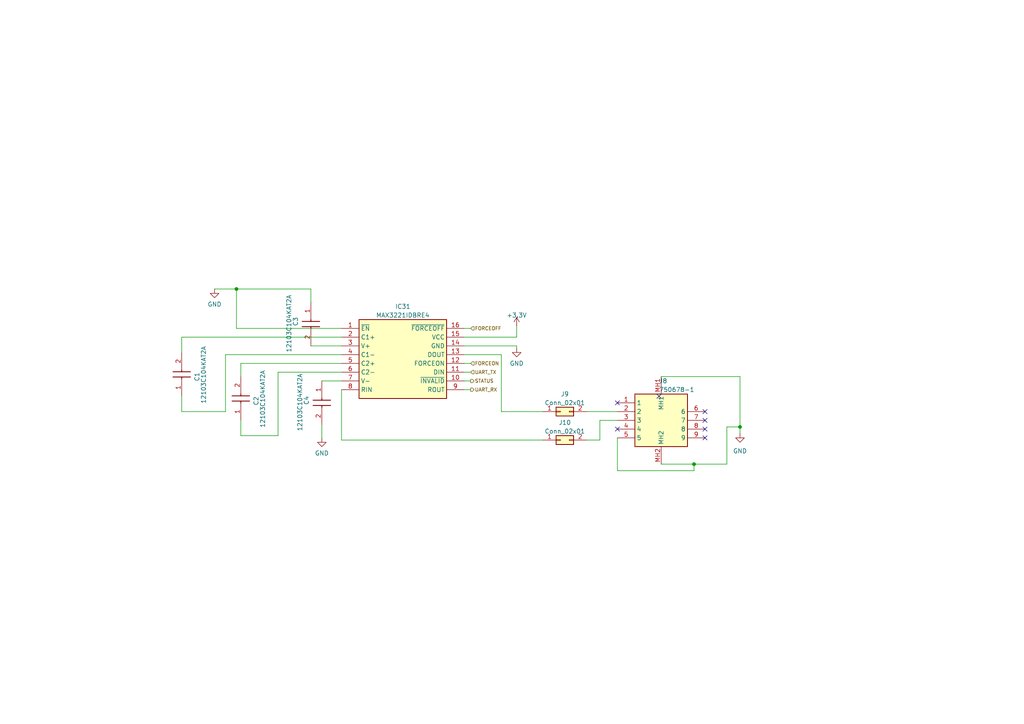
<source format=kicad_sch>
(kicad_sch (version 20230121) (generator eeschema)
  (paper "A4")
  (title_block (date "2023-04-23") (rev "1") (company "UPB - FIIR - Roboți și sisteme de producție") (comment 1 "Alexandru-Ioan Anastasiu"))
  (lib_symbols
    (symbol "12103C104KAT2A:12103C104KAT2A" (pin_names hide)
      (property "Reference" "C" (at 8.89 6.35 0))
      (property "Value" "12103C104KAT2A" (at 8.89 3.81 0))
      (symbol "12103C104KAT2A_1_1"
        (polyline (pts (xy 5.08 0) (xy 5.588 0)) (stroke (width 0.254)))
        (polyline (pts (xy 5.588 2.54) (xy 5.588 -2.54)) (stroke (width 0.254)))
        (polyline (pts (xy 7.112 0) (xy 7.62 0)) (stroke (width 0.254)))
        (polyline (pts (xy 7.112 2.54) (xy 7.112 -2.54)) (stroke (width 0.254)))
        (pin passive line (at 0 0 0) (length 5.08) (name "1") (number "1"))
        (pin passive line (at 12.7 0 180) (length 5.08) (name "2") (number "2"))
      )
    )
    (symbol "750678-1:750678-1"
      (property "Reference" "J" (at 21.59 12.7 0))
      (property "Value" "750678-1" (at 21.59 10.16 0))
      (symbol "750678-1_1_1"
        (rectangle (start 5.08 7.62) (end 20.32 -7.62) (stroke (width 0.254)) (fill (type background)))
        (pin passive line (at 17.78 12.7 270) (length 5.08) (name "1") (number "1"))
        (pin passive line (at 15.24 12.7 270) (length 5.08) (name "2") (number "2"))
        (pin passive line (at 12.7 12.7 270) (length 5.08) (name "3") (number "3"))
        (pin passive line (at 10.16 12.7 270) (length 5.08) (name "4") (number "4"))
        (pin passive line (at 7.62 12.7 270) (length 5.08) (name "5") (number "5"))
        (pin passive line (at 15.24 -12.7 90) (length 5.08) (name "6") (number "6"))
        (pin passive line (at 12.7 -12.7 90) (length 5.08) (name "7") (number "7"))
        (pin passive line (at 10.16 -12.7 90) (length 5.08) (name "8") (number "8"))
        (pin passive line (at 7.62 -12.7 90) (length 5.08) (name "9") (number "9"))
        (pin passive line (at 25.4 0 180) (length 5.08) (name "MH1") (number "MH1"))
        (pin passive line (at 0 0 0) (length 5.08) (name "MH2") (number "MH2"))
      )
    )
    (symbol "Connector_Generic:Conn_02x01" (pin_names (offset 1.016) hide)
      (property "Reference" "J" (at 1.27 2.54 0))
      (property "Value" "Conn_02x01" (at 1.27 -2.54 0))
      (symbol "Conn_02x01_1_1"
        (rectangle (start -1.27 0.127) (end 0 -0.127) (stroke (width 0.1524)))
        (rectangle (start -1.27 1.27) (end 3.81 -1.27) (stroke (width 0.254)) (fill (type background)))
        (rectangle (start 3.81 0.127) (end 2.54 -0.127) (stroke (width 0.1524)))
        (pin passive line (at -5.08 0 0) (length 3.81) (name "Pin_1") (number "1"))
        (pin passive line (at 7.62 0 180) (length 3.81) (name "Pin_2") (number "2"))
      )
    )
    (symbol "MAX3221IDBRE4:MAX3221IDBRE4"
      (property "Reference" "IC" (at 31.75 7.62 0))
      (property "Value" "MAX3221IDBRE4" (at 31.75 5.08 0))
      (symbol "MAX3221IDBRE4_1_1"
        (rectangle (start 5.08 2.54) (end 30.48 -20.32) (stroke (width 0.254)) (fill (type background)))
        (pin passive line (at 0 0 0) (length 5.08) (name "~{EN}") (number "1"))
        (pin passive line (at 35.56 -15.24 180) (length 5.08) (name "~{INVALID}") (number "10"))
        (pin passive line (at 35.56 -12.7 180) (length 5.08) (name "DIN") (number "11"))
        (pin passive line (at 35.56 -10.16 180) (length 5.08) (name "FORCEON") (number "12"))
        (pin passive line (at 35.56 -7.62 180) (length 5.08) (name "DOUT") (number "13"))
        (pin passive line (at 35.56 -5.08 180) (length 5.08) (name "GND") (number "14"))
        (pin passive line (at 35.56 -2.54 180) (length 5.08) (name "VCC") (number "15"))
        (pin passive line (at 35.56 0 180) (length 5.08) (name "~{FORCEOFF}") (number "16"))
        (pin passive line (at 0 -2.54 0) (length 5.08) (name "C1+") (number "2"))
        (pin passive line (at 0 -5.08 0) (length 5.08) (name "V+") (number "3"))
        (pin passive line (at 0 -7.62 0) (length 5.08) (name "C1-") (number "4"))
        (pin passive line (at 0 -10.16 0) (length 5.08) (name "C2+") (number "5"))
        (pin passive line (at 0 -12.7 0) (length 5.08) (name "C2-") (number "6"))
        (pin passive line (at 0 -15.24 0) (length 5.08) (name "V-") (number "7"))
        (pin passive line (at 0 -17.78 0) (length 5.08) (name "RIN") (number "8"))
        (pin passive line (at 35.56 -17.78 180) (length 5.08) (name "ROUT") (number "9"))
      )
    )
    (symbol "power:+3.3V" (power) (pin_names (offset 0))
      (property "Value" "+3.3V" (at 0 3.556 0))
      (symbol "+3.3V_0_1"
        (polyline (pts (xy -0.762 1.27) (xy 0 2.54)))
        (polyline (pts (xy 0 0) (xy 0 2.54)))
        (polyline (pts (xy 0 2.54) (xy 0.762 1.27)))
      )
      (symbol "+3.3V_1_1"
        (pin power_in line (at 0 0 90) (length 0) hide (name "+3.3V") (number "1"))
      )
    )
    (symbol "power:GND" (power) (pin_names (offset 0))
      (property "Value" "GND" (at 0 -3.81 0))
      (symbol "GND_0_1"
        (polyline (pts (xy 0 0) (xy 0 -1.27) (xy 1.27 -1.27) (xy 0 -2.54) (xy -1.27 -1.27) (xy 0 -1.27)))
      )
      (symbol "GND_1_1"
        (pin power_in line (at 0 0 270) (length 0) hide (name "GND") (number "1"))
      )
    )
  )
  (junction (at 68.58 83.82))
  (junction (at 214.63 123.825))
  (junction (at 201.295 134.62))
  (no_connect (at 204.47 119.38))
  (no_connect (at 179.07 116.84))
  (no_connect (at 179.07 124.46))
  (no_connect (at 204.47 127))
  (no_connect (at 191.135 114.935))
  (no_connect (at 204.47 124.46))
  (no_connect (at 204.47 121.92))
  (wire (pts (xy 80.645 126.365) (xy 69.85 126.365)))
  (wire (pts (xy 145.415 102.87) (xy 145.415 119.38)))
  (wire (pts (xy 173.99 121.92) (xy 173.99 127.635)))
  (wire (pts (xy 210.82 134.62) (xy 210.82 123.825)))
  (wire (pts (xy 69.85 105.41) (xy 69.85 109.22)))
  (wire (pts (xy 80.645 126.365) (xy 80.645 107.95)))
  (wire (pts (xy 134.62 97.79) (xy 149.86 97.79)))
  (wire (pts (xy 68.58 83.82) (xy 62.23 83.82)))
  (wire (pts (xy 179.07 127) (xy 179.07 136.525)))
  (wire (pts (xy 145.415 119.38) (xy 157.48 119.38)))
  (wire (pts (xy 99.06 102.87) (xy 65.405 102.87)))
  (wire (pts (xy 134.62 110.49) (xy 136.525 110.49)))
  (wire (pts (xy 149.86 94.615) (xy 149.86 97.79)))
  (wire (pts (xy 134.62 100.33) (xy 149.86 100.33)))
  (wire (pts (xy 173.99 127.635) (xy 170.18 127.635)))
  (wire (pts (xy 201.295 134.62) (xy 210.82 134.62)))
  (wire (pts (xy 214.63 123.825) (xy 214.63 125.73)))
  (wire (pts (xy 201.295 134.62) (xy 201.295 136.525)))
  (wire (pts (xy 93.345 123.19) (xy 93.345 127)))
  (wire (pts (xy 68.58 83.82) (xy 68.58 95.25)))
  (wire (pts (xy 99.06 113.03) (xy 99.06 127.635)))
  (wire (pts (xy 52.705 97.79) (xy 52.705 102.235)))
  (wire (pts (xy 93.345 110.49) (xy 99.06 110.49)))
  (wire (pts (xy 65.405 102.87) (xy 65.405 119.38)))
  (wire (pts (xy 136.525 107.95) (xy 134.62 107.95)))
  (wire (pts (xy 134.62 102.87) (xy 145.415 102.87)))
  (wire (pts (xy 149.86 100.33) (xy 149.86 100.965)))
  (wire (pts (xy 99.06 105.41) (xy 69.85 105.41)))
  (wire (pts (xy 90.17 83.82) (xy 68.58 83.82)))
  (wire (pts (xy 191.77 134.62) (xy 201.295 134.62)))
  (wire (pts (xy 136.525 113.03) (xy 134.62 113.03)))
  (wire (pts (xy 210.82 123.825) (xy 214.63 123.825)))
  (wire (pts (xy 80.645 107.95) (xy 99.06 107.95)))
  (wire (pts (xy 134.62 95.25) (xy 136.525 95.25)))
  (wire (pts (xy 179.07 136.525) (xy 201.295 136.525)))
  (wire (pts (xy 52.705 119.38) (xy 52.705 114.935)))
  (wire (pts (xy 157.48 127.635) (xy 99.06 127.635)))
  (wire (pts (xy 69.85 126.365) (xy 69.85 121.92)))
  (wire (pts (xy 99.06 97.79) (xy 52.705 97.79)))
  (wire (pts (xy 179.07 121.92) (xy 173.99 121.92)))
  (wire (pts (xy 65.405 119.38) (xy 52.705 119.38)))
  (wire (pts (xy 191.77 109.22) (xy 214.63 109.22)))
  (wire (pts (xy 134.62 105.41) (xy 136.525 105.41)))
  (wire (pts (xy 90.17 100.33) (xy 99.06 100.33)))
  (wire (pts (xy 214.63 109.22) (xy 214.63 123.825)))
  (wire (pts (xy 170.18 119.38) (xy 179.07 119.38)))
  (wire (pts (xy 90.17 87.63) (xy 90.17 83.82)))
  (wire (pts (xy 68.58 95.25) (xy 99.06 95.25)))
  (hierarchical_label "FORCEON" (shape input) (at 136.525 105.41 0) (effects (font (size 1 1))))
  (hierarchical_label "UART_RX" (shape output) (at 136.525 113.03 0) (effects (font (size 1 1))))
  (hierarchical_label "FORCEOFF" (shape input) (at 136.525 95.25 0) (effects (font (size 1 1))))
  (hierarchical_label "STATUS" (shape output) (at 136.525 110.49 0) (effects (font (size 1 1))))
  (hierarchical_label "UART_TX" (shape input) (at 136.525 107.95 0) (effects (font (size 1 1))))
  (symbol (lib_id "power:+3.3V") (at 149.86 94.615 0) (unit 1)
    (property "Reference" "#PWR0270" (effects hide))
    (property "Value" "+3.3V" (at 149.86 91.44 0))
  )
  (symbol (lib_id "12103C104KAT2A:12103C104KAT2A") (at 90.17 87.63 270) (unit 1)
    (property "Reference" "C3" (at 85.725 94.615 0) (effects (justify right)))
    (property "Value" "12103C104KAT2A" (at 83.82 102.235 0) (effects (justify right)))
    (property "Footprint" "12103C104KAT2A:CAPC3325X94N" (effects hide))
    (property "Datasheet" "https://spicat.kyocera-avx.com/product/mlcc/chartview/12103C104KAT2A/DataSheet/X7R" (effects hide))
    (property "Height" "0.94" (effects hide))
    (property "Mouser Part Number" "581-12103C104KAT2A" (effects hide))
    (property "Mouser Price/Stock" "https://www.mouser.com/ProductDetail/KYOCERA-AVX/12103C104KAT2A?qs=dphvWaqby2E6/NcYQlvyEQ==" (effects hide))
    (property "Manufacturer_Name" "AVX" (effects hide))
    (property "Manufacturer_Part_Number" "12103C104KAT2A" (effects hide))
  )
  (symbol (lib_id "power:GND") (at 62.23 83.82 0) (unit 1)
    (property "Reference" "#PWR0271" (effects hide))
    (property "Value" "GND" (at 62.23 88.265 0))
  )
  (symbol (lib_id "12103C104KAT2A:12103C104KAT2A") (at 52.705 114.935 90) (unit 1)
    (property "Reference" "C1" (at 57.15 107.95 0) (effects (justify right)))
    (property "Value" "12103C104KAT2A" (at 59.055 100.33 0) (effects (justify right)))
    (property "Footprint" "12103C104KAT2A:CAPC3325X94N" (effects hide))
    (property "Datasheet" "https://spicat.kyocera-avx.com/product/mlcc/chartview/12103C104KAT2A/DataSheet/X7R" (effects hide))
    (property "Height" "0.94" (effects hide))
    (property "Mouser Part Number" "581-12103C104KAT2A" (effects hide))
    (property "Mouser Price/Stock" "https://www.mouser.com/ProductDetail/KYOCERA-AVX/12103C104KAT2A?qs=dphvWaqby2E6/NcYQlvyEQ==" (effects hide))
    (property "Manufacturer_Name" "AVX" (effects hide))
    (property "Manufacturer_Part_Number" "12103C104KAT2A" (effects hide))
  )
  (symbol (lib_id "power:GND") (at 149.86 100.965 0) (unit 1)
    (property "Reference" "#PWR0273" (effects hide))
    (property "Value" "GND" (at 149.86 105.41 0))
  )
  (symbol (lib_id "750678-1:750678-1") (at 191.77 134.62 90) (unit 1)
    (property "Reference" "J8" (at 191.1603 110.49 90) (effects (justify right)))
    (property "Value" "750678-1" (at 191.1603 113.03 90) (effects (justify right)))
    (property "Footprint" "750678-1:7506781" (effects hide))
    (property "Datasheet" "https://www.te.com/commerce/DocumentDelivery/DDEController?Action=showdoc&DocId=Customer+Drawing%7F750678%7FJ%7Fpdf%7FEnglish%7FENG_CD_750678_J.pdf%7F750678-1" (effects hide))
    (property "Height" "14.71" (effects hide))
    (property "Mouser Part Number" "571-7506781" (effects hide))
    (property "Mouser Price/Stock" "https://www.mouser.co.uk/ProductDetail/TE-Connectivity/750678-1?qs=d5w0Orft5ToNQPwAt933DQ%3D%3D" (effects hide))
    (property "Manufacturer_Name" "TE Connectivity" (effects hide))
    (property "Manufacturer_Part_Number" "750678-1" (effects hide))
  )
  (symbol (lib_id "12103C104KAT2A:12103C104KAT2A") (at 93.345 110.49 270) (unit 1)
    (property "Reference" "C4" (at 88.9 117.475 0) (effects (justify right)))
    (property "Value" "12103C104KAT2A" (at 86.995 125.095 0) (effects (justify right)))
    (property "Footprint" "12103C104KAT2A:CAPC3325X94N" (effects hide))
    (property "Datasheet" "https://spicat.kyocera-avx.com/product/mlcc/chartview/12103C104KAT2A/DataSheet/X7R" (effects hide))
    (property "Height" "0.94" (effects hide))
    (property "Mouser Part Number" "581-12103C104KAT2A" (effects hide))
    (property "Mouser Price/Stock" "https://www.mouser.com/ProductDetail/KYOCERA-AVX/12103C104KAT2A?qs=dphvWaqby2E6/NcYQlvyEQ==" (effects hide))
    (property "Manufacturer_Name" "AVX" (effects hide))
    (property "Manufacturer_Part_Number" "12103C104KAT2A" (effects hide))
  )
  (symbol (lib_id "power:GND") (at 93.345 127 0) (unit 1)
    (property "Reference" "#PWR0269" (effects hide))
    (property "Value" "GND" (at 93.345 131.445 0))
  )
  (symbol (lib_id "MAX3221IDBRE4:MAX3221IDBRE4") (at 99.06 95.25 0) (unit 1)
    (property "Reference" "IC31" (at 116.84 88.9 0))
    (property "Value" "MAX3221IDBRE4" (at 116.84 91.44 0))
    (property "Footprint" "MAX3221IDBRE4:SOP65P780X200-16N" (effects hide))
    (property "Datasheet" "https://www.ti.com/lit/ds/symlink/max3221.pdf?HQS=dis-dk-null-digikeymode-dsf-pf-null-wwe&ts=1633688559087&ref_url=https%253A%252F%252Fwww.ti.com%252Fgeneral%252Fdocs%252Fsuppproductinfo.tsp%253FdistId%253D10%2526gotoUrl%253Dhttps%253A%252F%252Fwww.ti.com" (effects hide))
    (property "Height" "2" (effects hide))
    (property "Mouser Part Number" "595-MAX3221IDBRE4" (effects hide))
    (property "Mouser Price/Stock" "https://www.mouser.co.uk/ProductDetail/Texas-Instruments/MAX3221IDBRE4?qs=paYhMW8qfivuR7amYjyjVg%3D%3D" (effects hide))
    (property "Manufacturer_Name" "Texas Instruments" (effects hide))
    (property "Manufacturer_Part_Number" "MAX3221IDBRE4" (effects hide))
  )
  (symbol (lib_id "Connector_Generic:Conn_02x01") (at 162.56 127.635 0) (unit 1)
    (property "Reference" "J10" (at 163.83 122.555 0))
    (property "Value" "Conn_02x01" (at 163.83 125.095 0))
    (property "Footprint" "Connector_PinHeader_2.54mm:PinHeader_2x01_P2.54mm_Vertical" (effects hide))
  )
  (symbol (lib_id "Connector_Generic:Conn_02x01") (at 162.56 119.38 0) (unit 1)
    (property "Reference" "J9" (at 163.83 114.3 0))
    (property "Value" "Conn_02x01" (at 163.83 116.84 0))
    (property "Footprint" "Connector_PinHeader_2.54mm:PinHeader_2x01_P2.54mm_Vertical" (effects hide))
  )
  (symbol (lib_id "12103C104KAT2A:12103C104KAT2A") (at 69.85 121.92 90) (unit 1)
    (property "Reference" "C2" (at 74.295 114.935 0) (effects (justify right)))
    (property "Value" "12103C104KAT2A" (at 76.2 107.315 0) (effects (justify right)))
    (property "Footprint" "12103C104KAT2A:CAPC3325X94N" (effects hide))
    (property "Datasheet" "https://spicat.kyocera-avx.com/product/mlcc/chartview/12103C104KAT2A/DataSheet/X7R" (effects hide))
    (property "Height" "0.94" (effects hide))
    (property "Mouser Part Number" "581-12103C104KAT2A" (effects hide))
    (property "Mouser Price/Stock" "https://www.mouser.com/ProductDetail/KYOCERA-AVX/12103C104KAT2A?qs=dphvWaqby2E6/NcYQlvyEQ==" (effects hide))
    (property "Manufacturer_Name" "AVX" (effects hide))
    (property "Manufacturer_Part_Number" "12103C104KAT2A" (effects hide))
  )
  (symbol (lib_id "power:GND") (at 214.63 125.73 0) (unit 1)
    (property "Reference" "#PWR0117" (effects hide))
    (property "Value" "GND" (at 214.63 130.81 0))
    (instances (project "PLC-CIM" (path "" (reference "#PWR0117") (unit 1)) (path "" (reference "#PWR0272") (unit 1))))
  )
)
</source>
